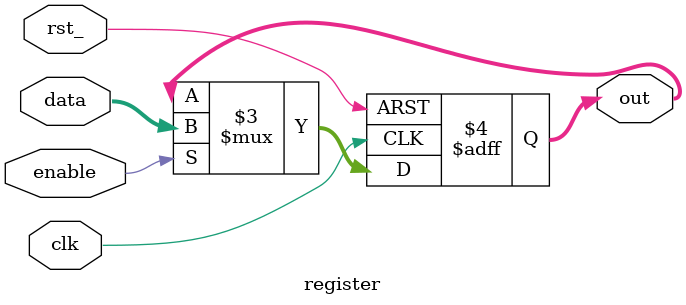
<source format=sv>
`timescale 1ps/1ps


module register #(
    parameter WIDTH = 8
)(  // input enable
    input logic enable,
    //input clk
    input logic clk,
    input logic rst_,
    //input data
    input logic [WIDTH-1:0] data,
    //output data
    output logic [WIDTH-1:0] out
);



always_ff @( posedge clk,negedge rst_ ) begin : register_ff
    if(!rst_)
    out <='b0;
    else
    out <= enable?data:out;
end
    
endmodule
</source>
